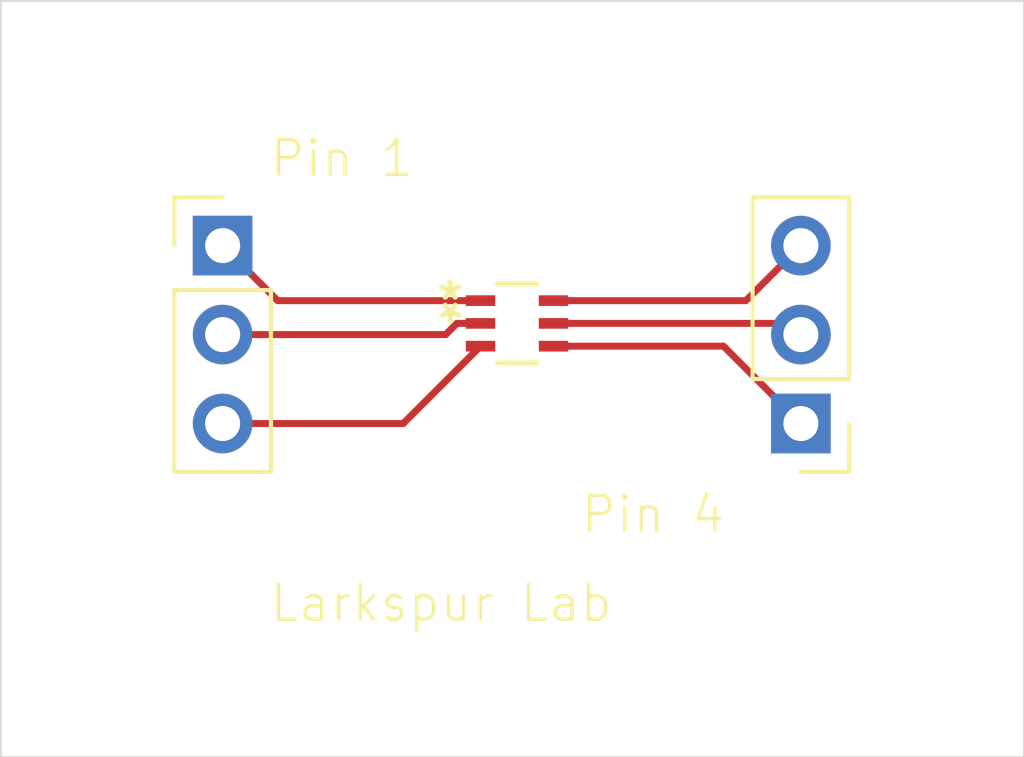
<source format=kicad_pcb>
(kicad_pcb (version 20241229) (generator "pcbnew") (generator_version "9.0")
  (layers (0 "F.Cu" signal) (2 "B.Cu" signal) (13 "F.Paste" user) (15 "B.Paste" user) (5 "F.SilkS" user "F.Silkscreen") (7 "B.SilkS" user "B.Silkscreen") (1 "F.Mask" user) (3 "B.Mask" user) (25 "Edge.Cuts" user))
  (net 0 "")
  (net 1 "Net-(J1-Pin_2)")
  (net 2 "Net-(J1-Pin_1)")
  (net 3 "Net-(J1-Pin_3)")
  (net 4 "Net-(J2-Pin_3)")
  (net 5 "Net-(J2-Pin_1)")
  (net 6 "Net-(J2-Pin_2)")
  (footprint "Connector_PinHeader_2.54mm:PinHeader_1x03_P2.54mm_Vertical" (layer "F.Cu") (at 144.7608 83.187)
    (property "Reference" "J1" (hide yes))
    (property "Value" "Conn_01x03_Pin" (hide yes))
    (fp_line (start -1.38 -1.38) (end 0 -1.38) (stroke (width 0.12)) (layer "F.SilkS"))
    (fp_line (start -1.38 0) (end -1.38 -1.38) (stroke (width 0.12)) (layer "F.SilkS"))
    (fp_line (start -1.38 1.27) (end -1.38 6.46) (stroke (width 0.12)) (layer "F.SilkS"))
    (fp_line (start -1.38 1.27) (end 1.38 1.27) (stroke (width 0.12)) (layer "F.SilkS"))
    (fp_line (start -1.38 6.46) (end 1.38 6.46) (stroke (width 0.12)) (layer "F.SilkS"))
    (fp_line (start 1.38 1.27) (end 1.38 6.46) (stroke (width 0.12)) (layer "F.SilkS"))
    (pad "1" thru_hole rect (at 0 0) (size 1.7 1.7) (drill 1) (layers "*.Cu" "*.Mask") (net 2 "Net-(J1-Pin_1)"))
    (pad "2" thru_hole circle (at 0 2.54) (size 1.7 1.7) (drill 1) (layers "*.Cu" "*.Mask") (net 1 "Net-(J1-Pin_2)"))
    (pad "3" thru_hole circle (at 0 5.08) (size 1.7 1.7) (drill 1) (layers "*.Cu" "*.Mask") (net 3 "Net-(J1-Pin_3)"))
  )
  (footprint "VEML6030:SMT_030-GS15_VIS" (layer "F.Cu") (at 153.1651 85.4085 180)
    (property "Reference" "U1" (hide yes))
    (property "Value" "VEML6030-GS15" (hide yes))
    (fp_line (start -0.565835 1.1303) (end 0.565835 1.1303) (stroke (width 0.1524)) (layer "F.SilkS"))
    (fp_line (start -0.565835 -1.1303) (end 0.565835 -1.1303) (stroke (width 0.1524)) (layer "F.SilkS"))
    (fp_text user "*" (at 1.905 0.635 180) (layer "F.SilkS"))
    (fp_text user "*" (at 1.905 0.635 0) (layer "F.SilkS"))
    (pad "1" smd rect (at 1.0414 0.649986 180) (size 0.8382 0.3048) (layers "F.Cu" "F.Mask" "F.Paste") (net 2 "Net-(J1-Pin_1)"))
    (pad "2" smd rect (at 1.0414 0 180) (size 0.8382 0.3048) (layers "F.Cu" "F.Mask" "F.Paste") (net 1 "Net-(J1-Pin_2)"))
    (pad "3" smd rect (at 1.0414 -0.649986 180) (size 0.8382 0.3048) (layers "F.Cu" "F.Mask" "F.Paste") (net 3 "Net-(J1-Pin_3)"))
    (pad "4" smd rect (at -1.0414 -0.649986 180) (size 0.8382 0.3048) (layers "F.Cu" "F.Mask" "F.Paste") (net 5 "Net-(J2-Pin_1)"))
    (pad "5" smd rect (at -1.0414 0 180) (size 0.8382 0.3048) (layers "F.Cu" "F.Mask" "F.Paste") (net 6 "Net-(J2-Pin_2)"))
    (pad "6" smd rect (at -1.0414 0.649986 180) (size 0.8382 0.3048) (layers "F.Cu" "F.Mask" "F.Paste") (net 4 "Net-(J2-Pin_3)"))
  )
  (footprint "Connector_PinHeader_2.54mm:PinHeader_1x03_P2.54mm_Vertical" (layer "F.Cu") (at 161.2708 88.267 180)
    (property "Reference" "J2" (hide yes))
    (property "Value" "Conn_01x03_Pin" (hide yes))
    (fp_line (start 1.38 1.27) (end 1.38 6.46) (stroke (width 0.12)) (layer "F.SilkS"))
    (fp_line (start -1.38 6.46) (end 1.38 6.46) (stroke (width 0.12)) (layer "F.SilkS"))
    (fp_line (start -1.38 1.27) (end 1.38 1.27) (stroke (width 0.12)) (layer "F.SilkS"))
    (fp_line (start -1.38 1.27) (end -1.38 6.46) (stroke (width 0.12)) (layer "F.SilkS"))
    (fp_line (start -1.38 0) (end -1.38 -1.38) (stroke (width 0.12)) (layer "F.SilkS"))
    (fp_line (start -1.38 -1.38) (end 0 -1.38) (stroke (width 0.12)) (layer "F.SilkS"))
    (pad "1" thru_hole rect (at 0 0 180) (size 1.7 1.7) (drill 1) (layers "*.Cu" "*.Mask") (net 5 "Net-(J2-Pin_1)"))
    (pad "2" thru_hole circle (at 0 2.54 180) (size 1.7 1.7) (drill 1) (layers "*.Cu" "*.Mask") (net 6 "Net-(J2-Pin_2)"))
    (pad "3" thru_hole circle (at 0 5.08 180) (size 1.7 1.7) (drill 1) (layers "*.Cu" "*.Mask") (net 4 "Net-(J2-Pin_3)"))
  )
  (gr_rect (start 138.43 76.2) (end 167.64 97.79) (stroke (width 0.05)) (fill no) (layer "Edge.Cuts"))
  (gr_text "Pin 4" (at 154.94 91.44 0) (layer "F.SilkS") (effects (font (size 1 1) (thickness 0.1)) (justify left bottom)))
  (gr_text "Larkspur Lab" (at 146.05 93.98 0) (layer "F.SilkS") (effects (font (size 1 1) (thickness 0.1)) (justify left bottom)))
  (gr_text "Pin 1" (at 146.05 81.28 0) (layer "F.SilkS") (effects (font (size 1 1) (thickness 0.1)) (justify left bottom)))
  (segment (start 151.13 85.727) (end 144.7608 85.727) (width 0.2) (layer "F.Cu") (net 1))
  (segment (start 152.1237 85.4085) (end 151.4485 85.4085) (width 0.2) (layer "F.Cu") (net 1))
  (segment (start 151.4485 85.4085) (end 151.13 85.727) (width 0.2) (layer "F.Cu") (net 1))
  (segment (start 152.1237 84.758514) (end 146.332314 84.758514) (width 0.2) (layer "F.Cu") (net 2))
  (segment (start 146.332314 84.758514) (end 144.7608 83.187) (width 0.2) (layer "F.Cu") (net 2))
  (segment (start 152.1237 86.058486) (end 149.915186 88.267) (width 0.2) (layer "F.Cu") (net 3))
  (segment (start 149.915186 88.267) (end 144.7608 88.267) (width 0.2) (layer "F.Cu") (net 3))
  (segment (start 159.699286 84.758514) (end 161.2708 83.187) (width 0.2) (layer "F.Cu") (net 4))
  (segment (start 154.2065 84.758514) (end 159.699286 84.758514) (width 0.2) (layer "F.Cu") (net 4))
  (segment (start 154.2065 86.058486) (end 159.062286 86.058486) (width 0.2) (layer "F.Cu") (net 5))
  (segment (start 159.062286 86.058486) (end 161.2708 88.267) (width 0.2) (layer "F.Cu") (net 5))
  (segment (start 160.9523 85.4085) (end 161.2708 85.727) (width 0.2) (layer "F.Cu") (net 6))
  (segment (start 154.2065 85.4085) (end 160.9523 85.4085) (width 0.2) (layer "F.Cu") (net 6))
)
</source>
